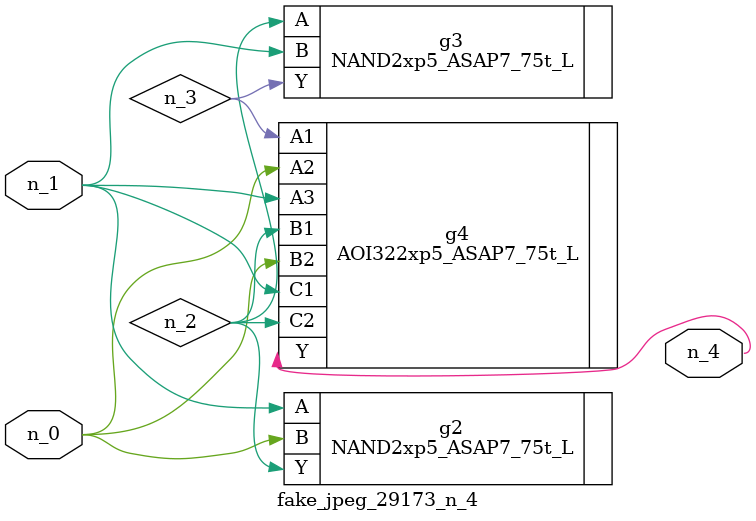
<source format=v>
module fake_jpeg_29173_n_4 (n_0, n_1, n_4);

input n_0;
input n_1;

output n_4;

wire n_2;
wire n_3;

NAND2xp5_ASAP7_75t_L g2 ( 
.A(n_1),
.B(n_0),
.Y(n_2)
);

NAND2xp5_ASAP7_75t_L g3 ( 
.A(n_2),
.B(n_1),
.Y(n_3)
);

AOI322xp5_ASAP7_75t_L g4 ( 
.A1(n_3),
.A2(n_0),
.A3(n_1),
.B1(n_2),
.B2(n_0),
.C1(n_1),
.C2(n_2),
.Y(n_4)
);


endmodule
</source>
